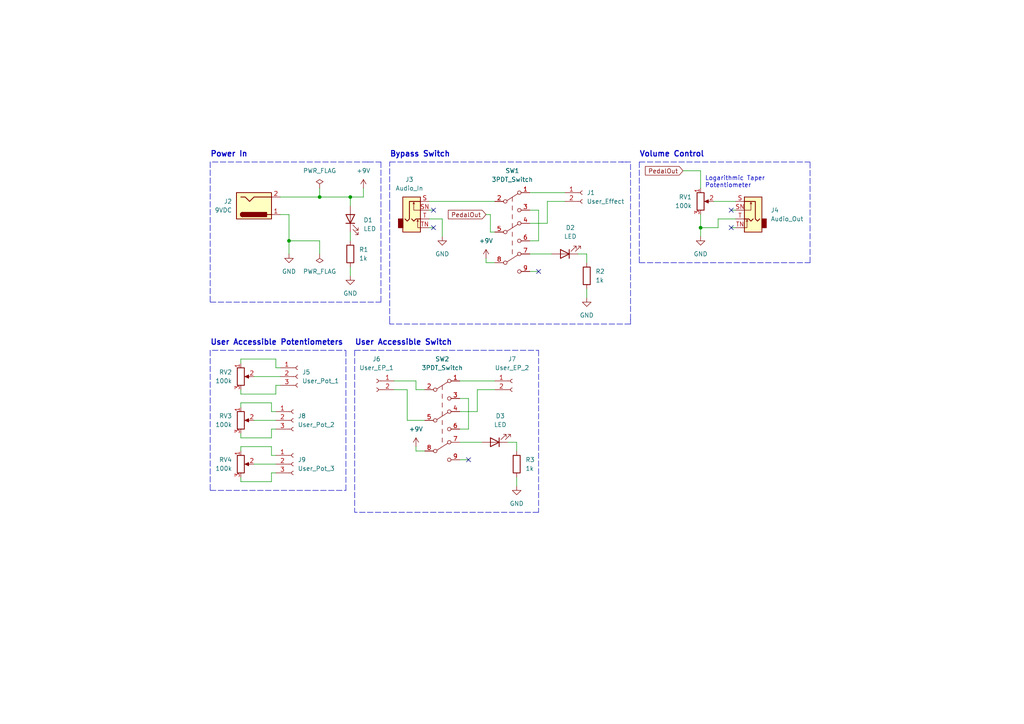
<source format=kicad_sch>
(kicad_sch (version 20211123) (generator eeschema)
  (paper "A4")
  (title_block (title "Guitar Pedal Breadboard Helper") (date "2022-01-15") (rev "1.1") (company "Sebastian Gaume"))
  (lib_symbols
    (symbol "Connector:AudioJack2_Switch"
      (property "Reference" "J" (at 0 11.43 0))
      (property "Value" "AudioJack2_Switch" (at 0 8.89 0))
      (symbol "AudioJack2_Switch_0_1"
        (rectangle (start -2.54 0) (end -3.81 -2.54) (stroke (width 0.254)) (fill (type outline)))
        (rectangle (start 2.54 6.35) (end -2.54 -3.81) (stroke (width 0.254)) (fill (type background)))
      )
      (symbol "AudioJack2_Switch_1_1"
        (polyline (pts (xy 0.635 4.826) (xy 0.889 4.318)))
        (polyline (pts (xy 1.778 -0.254) (xy 2.032 -0.762)))
        (polyline (pts (xy 0 0) (xy 0.635 -0.635) (xy 1.27 0) (xy 2.54 0)) (stroke (width 0.254)))
        (polyline (pts (xy 2.54 -2.54) (xy 1.778 -2.54) (xy 1.778 -0.254) (xy 1.524 -0.762)))
        (polyline (pts (xy 2.54 2.54) (xy 0.635 2.54) (xy 0.635 4.826) (xy 0.381 4.318)))
        (polyline (pts (xy 2.54 5.08) (xy -0.635 5.08) (xy -0.635 0) (xy -1.27 -0.635) (xy -1.905 0)) (stroke (width 0.254)))
        (pin passive line (at 5.08 5.08 180) (length 2.54) (name "~") (number "S"))
        (pin passive line (at 5.08 2.54 180) (length 2.54) (name "~") (number "SN"))
        (pin passive line (at 5.08 0 180) (length 2.54) (name "~") (number "T"))
        (pin passive line (at 5.08 -2.54 180) (length 2.54) (name "~") (number "TN"))
      )
    )
    (symbol "Connector:Conn_01x02_Female" (pin_names (offset 1.016) hide)
      (property "Reference" "J" (at 0 2.54 0))
      (property "Value" "Conn_01x02_Female" (at 0 -5.08 0))
      (symbol "Conn_01x02_Female_1_1"
        (arc (start 0 -2.032) (mid -0.508 -2.54) (end 0 -3.048) (stroke (width 0.1524)))
        (polyline (pts (xy -1.27 -2.54) (xy -0.508 -2.54)) (stroke (width 0.1524)))
        (polyline (pts (xy -1.27 0) (xy -0.508 0)) (stroke (width 0.1524)))
        (arc (start 0 0.508) (mid -0.508 0) (end 0 -0.508) (stroke (width 0.1524)))
        (pin passive line (at -5.08 0 0) (length 3.81) (name "Pin_1") (number "1"))
        (pin passive line (at -5.08 -2.54 0) (length 3.81) (name "Pin_2") (number "2"))
      )
    )
    (symbol "Connector:Conn_01x03_Female" (pin_names (offset 1.016) hide)
      (property "Reference" "J" (at 0 5.08 0))
      (property "Value" "Conn_01x03_Female" (at 0 -5.08 0))
      (symbol "Conn_01x03_Female_1_1"
        (arc (start 0 -2.032) (mid -0.508 -2.54) (end 0 -3.048) (stroke (width 0.1524)))
        (polyline (pts (xy -1.27 -2.54) (xy -0.508 -2.54)) (stroke (width 0.1524)))
        (polyline (pts (xy -1.27 0) (xy -0.508 0)) (stroke (width 0.1524)))
        (polyline (pts (xy -1.27 2.54) (xy -0.508 2.54)) (stroke (width 0.1524)))
        (arc (start 0 0.508) (mid -0.508 0) (end 0 -0.508) (stroke (width 0.1524)))
        (arc (start 0 3.048) (mid -0.508 2.54) (end 0 2.032) (stroke (width 0.1524)))
        (pin passive line (at -5.08 2.54 0) (length 3.81) (name "Pin_1") (number "1"))
        (pin passive line (at -5.08 0 0) (length 3.81) (name "Pin_2") (number "2"))
        (pin passive line (at -5.08 -2.54 0) (length 3.81) (name "Pin_3") (number "3"))
      )
    )
    (symbol "Connector:Jack-DC" (pin_names (offset 1.016))
      (property "Reference" "J" (at 0 5.334 0))
      (property "Value" "Jack-DC" (at 0 -5.08 0))
      (symbol "Jack-DC_0_1"
        (rectangle (start -5.08 3.81) (end 5.08 -3.81) (stroke (width 0.254)) (fill (type background)))
        (arc (start -3.302 3.175) (mid -3.937 2.54) (end -3.302 1.905) (stroke (width 0.254)))
        (arc (start -3.302 3.175) (mid -3.937 2.54) (end -3.302 1.905) (stroke (width 0.254)) (fill (type outline)))
        (polyline (pts (xy 5.08 2.54) (xy 3.81 2.54)) (stroke (width 0.254)))
        (polyline (pts (xy -3.81 -2.54) (xy -2.54 -2.54) (xy -1.27 -1.27) (xy 0 -2.54) (xy 2.54 -2.54) (xy 5.08 -2.54)) (stroke (width 0.254)))
        (rectangle (start 3.683 3.175) (end -3.302 1.905) (stroke (width 0.254)) (fill (type outline)))
      )
      (symbol "Jack-DC_1_1"
        (pin passive line (at 7.62 2.54 180) (length 2.54) (name "~") (number "1"))
        (pin passive line (at 7.62 -2.54 180) (length 2.54) (name "~") (number "2"))
      )
    )
    (symbol "Device:LED" (pin_numbers hide) (pin_names (offset 1.016) hide)
      (property "Reference" "D" (at 0 2.54 0))
      (property "Value" "LED" (at 0 -2.54 0))
      (symbol "LED_0_1"
        (polyline (pts (xy -1.27 -1.27) (xy -1.27 1.27)) (stroke (width 0.254)))
        (polyline (pts (xy -1.27 0) (xy 1.27 0)))
        (polyline (pts (xy 1.27 -1.27) (xy 1.27 1.27) (xy -1.27 0) (xy 1.27 -1.27)) (stroke (width 0.254)))
        (polyline (pts (xy -3.048 -0.762) (xy -4.572 -2.286) (xy -3.81 -2.286) (xy -4.572 -2.286) (xy -4.572 -1.524)))
        (polyline (pts (xy -1.778 -0.762) (xy -3.302 -2.286) (xy -2.54 -2.286) (xy -3.302 -2.286) (xy -3.302 -1.524)))
      )
      (symbol "LED_1_1"
        (pin passive line (at -3.81 0 0) (length 2.54) (name "K") (number "1"))
        (pin passive line (at 3.81 0 180) (length 2.54) (name "A") (number "2"))
      )
    )
    (symbol "Device:R" (pin_numbers hide) (pin_names (offset 0))
      (property "Reference" "R" (at 2.032 0 90))
      (property "Value" "R" (at 0 0 90))
      (symbol "R_0_1"
        (rectangle (start -1.016 -2.54) (end 1.016 2.54) (stroke (width 0.254)))
      )
      (symbol "R_1_1"
        (pin passive line (at 0 3.81 270) (length 1.27) (name "~") (number "1"))
        (pin passive line (at 0 -3.81 90) (length 1.27) (name "~") (number "2"))
      )
    )
    (symbol "Device:R_Potentiometer" (pin_names (offset 1.016) hide)
      (property "Reference" "RV" (at -4.445 0 90))
      (property "Value" "R_Potentiometer" (at -2.54 0 90))
      (symbol "R_Potentiometer_0_1"
        (polyline (pts (xy 2.54 0) (xy 1.524 0)))
        (polyline (pts (xy 1.143 0) (xy 2.286 0.508) (xy 2.286 -0.508) (xy 1.143 0)) (fill (type outline)))
        (rectangle (start 1.016 2.54) (end -1.016 -2.54) (stroke (width 0.254)))
      )
      (symbol "R_Potentiometer_1_1"
        (pin passive line (at 0 3.81 270) (length 1.27) (name "1") (number "1"))
        (pin passive line (at 3.81 0 180) (length 1.27) (name "2") (number "2"))
        (pin passive line (at 0 -3.81 90) (length 1.27) (name "3") (number "3"))
      )
    )
    (symbol "GPBH:3PDT_Switch" (pin_names hide)
      (property "Reference" "SW" (at 0 17.78 0))
      (property "Value" "3PDT_Switch" (at 0 15.24 0))
      (symbol "3PDT_Switch_0_0"
        (circle (center -2.032 -8.89) (radius 0.508))
        (circle (center -2.032 0) (radius 0.508))
        (circle (center -2.032 8.89) (radius 0.508))
        (circle (center 2.032 -11.43) (radius 0.508))
        (circle (center 2.032 -2.54) (radius 0.508))
        (circle (center 2.032 6.35) (radius 0.508))
      )
      (symbol "3PDT_Switch_0_1"
        (polyline (pts (xy -1.524 -8.636) (xy 1.651 -6.604)))
        (polyline (pts (xy -1.524 0.254) (xy 1.651 2.286)))
        (polyline (pts (xy -1.524 9.144) (xy 1.651 11.176)))
        (polyline (pts (xy 0 -5.08) (xy 0 -6.35)))
        (polyline (pts (xy 0 -2.54) (xy 0 -3.81)))
        (polyline (pts (xy 0 0) (xy 0 -1.27)))
        (polyline (pts (xy 0 2.54) (xy 0 1.27)))
        (polyline (pts (xy 0 5.08) (xy 0 3.81)))
        (polyline (pts (xy 0 7.62) (xy 0 6.35)))
        (polyline (pts (xy 0 10.16) (xy 0 8.89)))
        (circle (center 2.032 -6.35) (radius 0.508))
        (circle (center 2.032 2.54) (radius 0.508))
        (circle (center 2.032 11.43) (radius 0.508))
      )
      (symbol "3PDT_Switch_1_1"
        (pin passive line (at 5.08 11.43 180) (length 2.54) (name "P1T1") (number "1"))
        (pin passive line (at -5.08 8.89 0) (length 2.54) (name "P1") (number "2"))
        (pin passive line (at 5.08 6.35 180) (length 2.54) (name "P1T2") (number "3"))
        (pin passive line (at 5.08 2.54 180) (length 2.54) (name "P2T1") (number "4"))
        (pin passive line (at -5.08 0 0) (length 2.54) (name "P2") (number "5"))
        (pin passive line (at 5.08 -2.54 180) (length 2.54) (name "P2T2") (number "6"))
        (pin passive line (at 5.08 -6.35 180) (length 2.54) (name "P3T1") (number "7"))
        (pin passive line (at -5.08 -8.89 0) (length 2.54) (name "P3") (number "8"))
        (pin passive line (at 5.08 -11.43 180) (length 2.54) (name "P3T2") (number "9"))
      )
    )
    (symbol "power:+9V" (power) (pin_names (offset 0))
      (property "Value" "+9V" (at 0 3.556 0))
      (symbol "+9V_0_1"
        (polyline (pts (xy -0.762 1.27) (xy 0 2.54)))
        (polyline (pts (xy 0 0) (xy 0 2.54)))
        (polyline (pts (xy 0 2.54) (xy 0.762 1.27)))
      )
      (symbol "+9V_1_1"
        (pin power_in line (at 0 0 90) (length 0) hide (name "+9V") (number "1"))
      )
    )
    (symbol "power:GND" (power) (pin_names (offset 0))
      (property "Value" "GND" (at 0 -3.81 0))
      (symbol "GND_0_1"
        (polyline (pts (xy 0 0) (xy 0 -1.27) (xy 1.27 -1.27) (xy 0 -2.54) (xy -1.27 -1.27) (xy 0 -1.27)))
      )
      (symbol "GND_1_1"
        (pin power_in line (at 0 0 270) (length 0) hide (name "GND") (number "1"))
      )
    )
    (symbol "power:PWR_FLAG" (power) (pin_numbers hide) (pin_names (offset 0) hide)
      (property "Value" "PWR_FLAG" (at 0 3.81 0))
      (symbol "PWR_FLAG_0_0"
        (pin power_out line (at 0 0 90) (length 0) (name "pwr") (number "1"))
      )
      (symbol "PWR_FLAG_0_1"
        (polyline (pts (xy 0 0) (xy 0 1.27) (xy -1.016 1.905) (xy 0 2.54) (xy 1.016 1.905) (xy 0 1.27)))
      )
    )
  )
  (junction (at 83.82 69.85))
  (junction (at 101.6 57.15))
  (junction (at 203.2 66.04))
  (junction (at 92.71 57.15))
  (no_connect (at 212.09 66.04))
  (no_connect (at 212.09 60.96))
  (no_connect (at 156.21 78.74))
  (no_connect (at 125.73 66.04))
  (no_connect (at 125.73 60.96))
  (no_connect (at 135.89 133.35))
  (wire (pts (xy 73.66 109.22) (xy 81.28 109.22)))
  (wire (pts (xy 80.01 111.76) (xy 80.01 114.3)))
  (wire (pts (xy 80.01 104.14) (xy 69.85 104.14)))
  (wire (pts (xy 140.97 62.23) (xy 142.24 62.23)))
  (wire (pts (xy 101.6 57.15) (xy 101.6 59.69)))
  (polyline (pts (xy 113.03 59.69) (xy 113.03 92.71)))
  (wire (pts (xy 83.82 62.23) (xy 83.82 69.85)))
  (polyline (pts (xy 234.95 76.2) (xy 234.95 46.99)))
  (wire (pts (xy 124.46 58.42) (xy 143.51 58.42)))
  (wire (pts (xy 81.28 57.15) (xy 92.71 57.15)))
  (wire (pts (xy 142.24 67.31) (xy 142.24 62.23)))
  (wire (pts (xy 212.09 60.96) (xy 213.36 60.96)))
  (wire (pts (xy 83.82 69.85) (xy 92.71 69.85)))
  (wire (pts (xy 135.89 115.57) (xy 135.89 124.46)))
  (polyline (pts (xy 185.42 76.2) (xy 234.95 76.2)))
  (wire (pts (xy 105.41 54.61) (xy 105.41 57.15)))
  (wire (pts (xy 133.35 110.49) (xy 143.51 110.49)))
  (wire (pts (xy 73.66 134.62) (xy 80.01 134.62)))
  (polyline (pts (xy 113.03 46.99) (xy 181.61 46.99)))
  (wire (pts (xy 140.97 76.2) (xy 143.51 76.2)))
  (wire (pts (xy 133.35 115.57) (xy 135.89 115.57)))
  (polyline (pts (xy 72.39 101.6) (xy 60.96 101.6)))
  (wire (pts (xy 170.18 83.82) (xy 170.18 86.36)))
  (wire (pts (xy 118.11 113.03) (xy 118.11 121.92)))
  (wire (pts (xy 78.74 119.38) (xy 78.74 116.84)))
  (wire (pts (xy 69.85 113.03) (xy 69.85 114.3)))
  (wire (pts (xy 203.2 62.23) (xy 203.2 66.04)))
  (wire (pts (xy 78.74 139.7) (xy 78.74 137.16)))
  (wire (pts (xy 124.46 63.5) (xy 128.27 63.5)))
  (polyline (pts (xy 106.68 46.99) (xy 60.96 46.99)))
  (polyline (pts (xy 110.49 46.99) (xy 110.49 87.63)))
  (wire (pts (xy 143.51 67.31) (xy 142.24 67.31)))
  (wire (pts (xy 170.18 76.2) (xy 170.18 73.66)))
  (wire (pts (xy 124.46 66.04) (xy 125.73 66.04)))
  (wire (pts (xy 80.01 124.46) (xy 78.74 124.46)))
  (wire (pts (xy 128.27 63.5) (xy 128.27 68.58)))
  (wire (pts (xy 92.71 73.66) (xy 92.71 69.85)))
  (wire (pts (xy 81.28 106.68) (xy 80.01 106.68)))
  (wire (pts (xy 149.86 130.81) (xy 149.86 128.27)))
  (wire (pts (xy 80.01 132.08) (xy 78.74 132.08)))
  (wire (pts (xy 92.71 57.15) (xy 101.6 57.15)))
  (wire (pts (xy 156.21 60.96) (xy 156.21 69.85)))
  (polyline (pts (xy 185.42 46.99) (xy 185.42 76.2)))
  (wire (pts (xy 92.71 54.61) (xy 92.71 57.15)))
  (wire (pts (xy 133.35 133.35) (xy 135.89 133.35)))
  (wire (pts (xy 69.85 116.84) (xy 69.85 118.11)))
  (wire (pts (xy 133.35 124.46) (xy 135.89 124.46)))
  (wire (pts (xy 101.6 77.47) (xy 101.6 80.01)))
  (polyline (pts (xy 113.03 59.69) (xy 113.03 46.99)))
  (wire (pts (xy 78.74 137.16) (xy 80.01 137.16)))
  (wire (pts (xy 149.86 128.27) (xy 147.32 128.27)))
  (wire (pts (xy 158.75 58.42) (xy 163.83 58.42)))
  (wire (pts (xy 158.75 64.77) (xy 158.75 58.42)))
  (wire (pts (xy 80.01 104.14) (xy 80.01 106.68)))
  (wire (pts (xy 114.3 110.49) (xy 120.65 110.49)))
  (wire (pts (xy 140.97 74.93) (xy 140.97 76.2)))
  (wire (pts (xy 105.41 57.15) (xy 101.6 57.15)))
  (wire (pts (xy 133.35 119.38) (xy 138.43 119.38)))
  (wire (pts (xy 212.09 66.04) (xy 213.36 66.04)))
  (wire (pts (xy 207.01 58.42) (xy 213.36 58.42)))
  (wire (pts (xy 208.28 63.5) (xy 208.28 66.04)))
  (wire (pts (xy 101.6 69.85) (xy 101.6 67.31)))
  (wire (pts (xy 78.74 129.54) (xy 69.85 129.54)))
  (wire (pts (xy 149.86 138.43) (xy 149.86 140.97)))
  (wire (pts (xy 69.85 127) (xy 69.85 125.73)))
  (wire (pts (xy 83.82 69.85) (xy 83.82 73.66)))
  (polyline (pts (xy 113.03 93.98) (xy 113.03 92.71)))
  (polyline (pts (xy 182.88 92.71) (xy 182.88 46.99)))
  (wire (pts (xy 78.74 124.46) (xy 78.74 127)))
  (wire (pts (xy 78.74 132.08) (xy 78.74 129.54)))
  (polyline (pts (xy 185.42 46.99) (xy 234.95 46.99)))
  (wire (pts (xy 114.3 113.03) (xy 118.11 113.03)))
  (polyline (pts (xy 156.21 101.6) (xy 156.21 148.59)))
  (wire (pts (xy 153.67 64.77) (xy 158.75 64.77)))
  (polyline (pts (xy 72.39 101.6) (xy 100.33 101.6)))
  (wire (pts (xy 73.66 121.92) (xy 80.01 121.92)))
  (wire (pts (xy 69.85 139.7) (xy 78.74 139.7)))
  (wire (pts (xy 120.65 110.49) (xy 120.65 113.03)))
  (wire (pts (xy 124.46 60.96) (xy 125.73 60.96)))
  (wire (pts (xy 153.67 78.74) (xy 156.21 78.74)))
  (wire (pts (xy 213.36 63.5) (xy 208.28 63.5)))
  (polyline (pts (xy 60.96 46.99) (xy 60.96 87.63)))
  (polyline (pts (xy 100.33 142.24) (xy 100.33 101.6)))
  (wire (pts (xy 120.65 113.03) (xy 123.19 113.03)))
  (wire (pts (xy 153.67 60.96) (xy 156.21 60.96)))
  (polyline (pts (xy 102.87 101.6) (xy 102.87 148.59)))
  (wire (pts (xy 69.85 138.43) (xy 69.85 139.7)))
  (wire (pts (xy 81.28 111.76) (xy 80.01 111.76)))
  (wire (pts (xy 78.74 127) (xy 69.85 127)))
  (wire (pts (xy 203.2 54.61) (xy 203.2 49.53)))
  (wire (pts (xy 69.85 104.14) (xy 69.85 105.41)))
  (polyline (pts (xy 106.68 46.99) (xy 110.49 46.99)))
  (wire (pts (xy 69.85 129.54) (xy 69.85 130.81)))
  (polyline (pts (xy 182.88 92.71) (xy 182.88 93.98)))
  (wire (pts (xy 208.28 66.04) (xy 203.2 66.04)))
  (wire (pts (xy 170.18 73.66) (xy 167.64 73.66)))
  (wire (pts (xy 78.74 116.84) (xy 69.85 116.84)))
  (wire (pts (xy 138.43 119.38) (xy 138.43 113.03)))
  (wire (pts (xy 120.65 130.81) (xy 123.19 130.81)))
  (polyline (pts (xy 182.88 46.99) (xy 180.34 46.99)))
  (wire (pts (xy 118.11 121.92) (xy 123.19 121.92)))
  (wire (pts (xy 80.01 114.3) (xy 69.85 114.3)))
  (polyline (pts (xy 60.96 101.6) (xy 60.96 142.24)))
  (polyline (pts (xy 156.21 148.59) (xy 102.87 148.59)))
  (polyline (pts (xy 182.88 93.98) (xy 113.03 93.98)))
  (wire (pts (xy 80.01 119.38) (xy 78.74 119.38)))
  (wire (pts (xy 153.67 55.88) (xy 163.83 55.88)))
  (wire (pts (xy 83.82 62.23) (xy 81.28 62.23)))
  (polyline (pts (xy 102.87 101.6) (xy 156.21 101.6)))
  (wire (pts (xy 153.67 73.66) (xy 160.02 73.66)))
  (wire (pts (xy 138.43 113.03) (xy 143.51 113.03)))
  (wire (pts (xy 120.65 129.54) (xy 120.65 130.81)))
  (wire (pts (xy 203.2 49.53) (xy 198.12 49.53)))
  (polyline (pts (xy 60.96 142.24) (xy 100.33 142.24)))
  (polyline (pts (xy 60.96 87.63) (xy 110.49 87.63)))
  (wire (pts (xy 153.67 69.85) (xy 156.21 69.85)))
  (wire (pts (xy 203.2 66.04) (xy 203.2 68.58)))
  (wire (pts (xy 133.35 128.27) (xy 139.7 128.27)))
  (text "Power In\n" (at 60.96 45.72 0) (effects (font (size 1.6 1.6) (thickness 0.3) bold) (justify left bottom)))
  (text "User Accessible Switch\n" (at 102.87 100.33 0) (effects (font (size 1.6 1.6) (thickness 0.3) bold) (justify left bottom)))
  (text "Volume Control" (at 185.42 45.72 0) (effects (font (size 1.6 1.6) (thickness 0.3) bold) (justify left bottom)))
  (text "Bypass Switch" (at 113.03 45.72 0) (effects (font (size 1.6 1.6) (thickness 0.3) bold) (justify left bottom)))
  (text "Logarithmic Taper\nPotentiometer" (at 204.47 54.61 0) (effects (font (size 1.27 1.27)) (justify left bottom)))
  (text "User Accessible Potentiometers\n" (at 60.96 100.33 0) (effects (font (size 1.6 1.6) (thickness 0.3) bold) (justify left bottom)))
  (global_label "PedalOut" (shape input) (at 140.97 62.23 180) (property "Intersheet References" "${INTERSHEET_REFS}" (effects hide)))
  (global_label "PedalOut" (shape input) (at 198.12 49.53 180) (property "Intersheet References" "${INTERSHEET_REFS}" (effects hide)))
  (symbol (lib_id "power:PWR_FLAG") (at 92.71 54.61 0) (unit 1)
    (property "Reference" "#FLG01" (effects hide))
    (property "Value" "PWR_FLAG" (at 92.71 49.53 0))
  )
  (symbol (lib_id "Connector:Conn_01x02_Female") (at 109.22 110.49 0) (mirror y) (unit 1)
    (property "Reference" "J6" (at 109.22 104.14 0))
    (property "Value" "User_EP_1" (at 109.22 106.68 0))
  )
  (symbol (lib_id "power:+9V") (at 120.65 129.54 0) (unit 1)
    (property "Reference" "#PWR08" (effects hide))
    (property "Value" "+9V" (at 120.65 124.46 0))
  )
  (symbol (lib_id "power:+9V") (at 105.41 54.61 0) (unit 1)
    (property "Reference" "#PWR01" (effects hide))
    (property "Value" "+9V" (at 105.41 49.53 0))
  )
  (symbol (lib_id "Device:LED") (at 143.51 128.27 180) (unit 1)
    (property "Reference" "D3" (at 145.0975 120.65 0))
    (property "Value" "LED" (at 145.0975 123.19 0))
  )
  (symbol (lib_id "power:GND") (at 83.82 73.66 0) (unit 1)
    (property "Reference" "#PWR04" (effects hide))
    (property "Value" "GND" (at 83.82 78.74 0))
  )
  (symbol (lib_id "Connector:Conn_01x03_Female") (at 85.09 134.62 0) (unit 1)
    (property "Reference" "J9" (at 86.36 133.3499 0) (effects (justify left)))
    (property "Value" "User_Pot_3" (at 86.36 135.8899 0) (effects (justify left)))
  )
  (symbol (lib_id "Connector:Conn_01x03_Female") (at 86.36 109.22 0) (unit 1)
    (property "Reference" "J5" (at 87.63 107.9499 0) (effects (justify left)))
    (property "Value" "User_Pot_1" (at 87.63 110.4899 0) (effects (justify left)))
  )
  (symbol (lib_id "Connector:Jack-DC") (at 73.66 59.69 0) (mirror x) (unit 1)
    (property "Reference" "J2" (at 67.31 58.4199 0) (effects (justify right)))
    (property "Value" "9VDC" (at 67.31 60.9599 0) (effects (justify right)))
  )
  (symbol (lib_id "GPBH:3PDT_Switch") (at 128.27 121.92 0) (unit 1)
    (property "Reference" "SW2" (at 128.27 104.14 0))
    (property "Value" "3PDT_Switch" (at 128.27 106.68 0))
    (property "Footprint" "GPBH:Gorva-3PDT" (effects hide))
  )
  (symbol (lib_id "Device:R") (at 149.86 134.62 0) (unit 1)
    (property "Reference" "R3" (at 152.4 133.3499 0) (effects (justify left)))
    (property "Value" "1k" (at 152.4 135.8899 0) (effects (justify left)))
  )
  (symbol (lib_id "power:GND") (at 170.18 86.36 0) (unit 1)
    (property "Reference" "#PWR07" (effects hide))
    (property "Value" "GND" (at 170.18 91.44 0))
  )
  (symbol (lib_id "power:GND") (at 128.27 68.58 0) (unit 1)
    (property "Reference" "#PWR02" (effects hide))
    (property "Value" "GND" (at 128.27 73.66 0))
  )
  (symbol (lib_id "Device:R_Potentiometer") (at 69.85 134.62 0) (unit 1)
    (property "Reference" "RV4" (at 67.31 133.3499 0) (effects (justify right)))
    (property "Value" "100k" (at 67.31 135.8899 0) (effects (justify right)))
  )
  (symbol (lib_id "power:GND") (at 203.2 68.58 0) (unit 1)
    (property "Reference" "#PWR03" (effects hide))
    (property "Value" "GND" (at 203.2 73.66 0))
  )
  (symbol (lib_id "Device:R") (at 170.18 80.01 0) (unit 1)
    (property "Reference" "R2" (at 172.72 78.7399 0) (effects (justify left)))
    (property "Value" "1k" (at 172.72 81.2799 0) (effects (justify left)))
  )
  (symbol (lib_id "power:PWR_FLAG") (at 92.71 73.66 0) (mirror x) (unit 1)
    (property "Reference" "#FLG02" (effects hide))
    (property "Value" "PWR_FLAG" (at 92.71 78.74 0))
  )
  (symbol (lib_id "Device:R") (at 101.6 73.66 0) (unit 1)
    (property "Reference" "R1" (at 104.14 72.3899 0) (effects (justify left)))
    (property "Value" "1k" (at 104.14 74.9299 0) (effects (justify left)))
  )
  (symbol (lib_id "Device:R_Potentiometer") (at 203.2 58.42 0) (unit 1)
    (property "Reference" "RV1" (at 200.66 57.1499 0) (effects (justify right)))
    (property "Value" "100k" (at 200.66 59.6899 0) (effects (justify right)))
  )
  (symbol (lib_id "power:GND") (at 149.86 140.97 0) (unit 1)
    (property "Reference" "#PWR09" (effects hide))
    (property "Value" "GND" (at 149.86 146.05 0))
  )
  (symbol (lib_id "Device:R_Potentiometer") (at 69.85 121.92 0) (unit 1)
    (property "Reference" "RV3" (at 67.31 120.6499 0) (effects (justify right)))
    (property "Value" "100k" (at 67.31 123.1899 0) (effects (justify right)))
  )
  (symbol (lib_id "GPBH:3PDT_Switch") (at 148.59 67.31 0) (unit 1)
    (property "Reference" "SW1" (at 148.59 49.53 0))
    (property "Value" "3PDT_Switch" (at 148.59 52.07 0))
    (property "Footprint" "GPBH:Gorva-3PDT" (effects hide))
  )
  (symbol (lib_id "Connector:AudioJack2_Switch") (at 119.38 63.5 0) (unit 1)
    (property "Reference" "J3" (at 118.745 52.07 0))
    (property "Value" "Audio_In" (at 118.745 54.61 0))
    (property "Footprint" "GPBH:6.3mmJack" (effects hide))
  )
  (symbol (lib_id "Device:R_Potentiometer") (at 69.85 109.22 0) (unit 1)
    (property "Reference" "RV2" (at 67.31 107.9499 0) (effects (justify right)))
    (property "Value" "100k" (at 67.31 110.4899 0) (effects (justify right)))
  )
  (symbol (lib_id "power:GND") (at 101.6 80.01 0) (unit 1)
    (property "Reference" "#PWR06" (effects hide))
    (property "Value" "GND" (at 101.6 85.09 0))
  )
  (symbol (lib_id "power:+9V") (at 140.97 74.93 0) (unit 1)
    (property "Reference" "#PWR05" (effects hide))
    (property "Value" "+9V" (at 140.97 69.85 0))
  )
  (symbol (lib_id "Connector:Conn_01x02_Female") (at 168.91 55.88 0) (unit 1)
    (property "Reference" "J1" (at 170.18 55.8799 0) (effects (justify left)))
    (property "Value" "User_Effect" (at 170.18 58.4199 0) (effects (justify left)))
  )
  (symbol (lib_id "Connector:AudioJack2_Switch") (at 218.44 63.5 0) (mirror y) (unit 1)
    (property "Reference" "J4" (at 223.52 60.9599 0) (effects (justify right)))
    (property "Value" "Audio_Out" (at 223.52 63.4999 0) (effects (justify right)))
    (property "Footprint" "GPBH:6.3mmJack" (effects hide))
  )
  (symbol (lib_id "Connector:Conn_01x03_Female") (at 85.09 121.92 0) (unit 1)
    (property "Reference" "J8" (at 86.36 120.6499 0) (effects (justify left)))
    (property "Value" "User_Pot_2" (at 86.36 123.1899 0) (effects (justify left)))
  )
  (symbol (lib_id "Connector:Conn_01x02_Female") (at 148.59 110.49 0) (unit 1)
    (property "Reference" "J7" (at 147.32 104.14 0) (effects (justify left)))
    (property "Value" "User_EP_2" (at 143.51 106.68 0) (effects (justify left)))
  )
  (symbol (lib_id "Device:LED") (at 163.83 73.66 180) (unit 1)
    (property "Reference" "D2" (at 165.4175 66.04 0))
    (property "Value" "LED" (at 165.4175 68.58 0))
  )
  (symbol (lib_id "Device:LED") (at 101.6 63.5 90) (unit 1)
    (property "Reference" "D1" (at 105.41 63.8174 90) (effects (justify right)))
    (property "Value" "LED" (at 105.41 66.3574 90) (effects (justify right)))
  )
)
</source>
